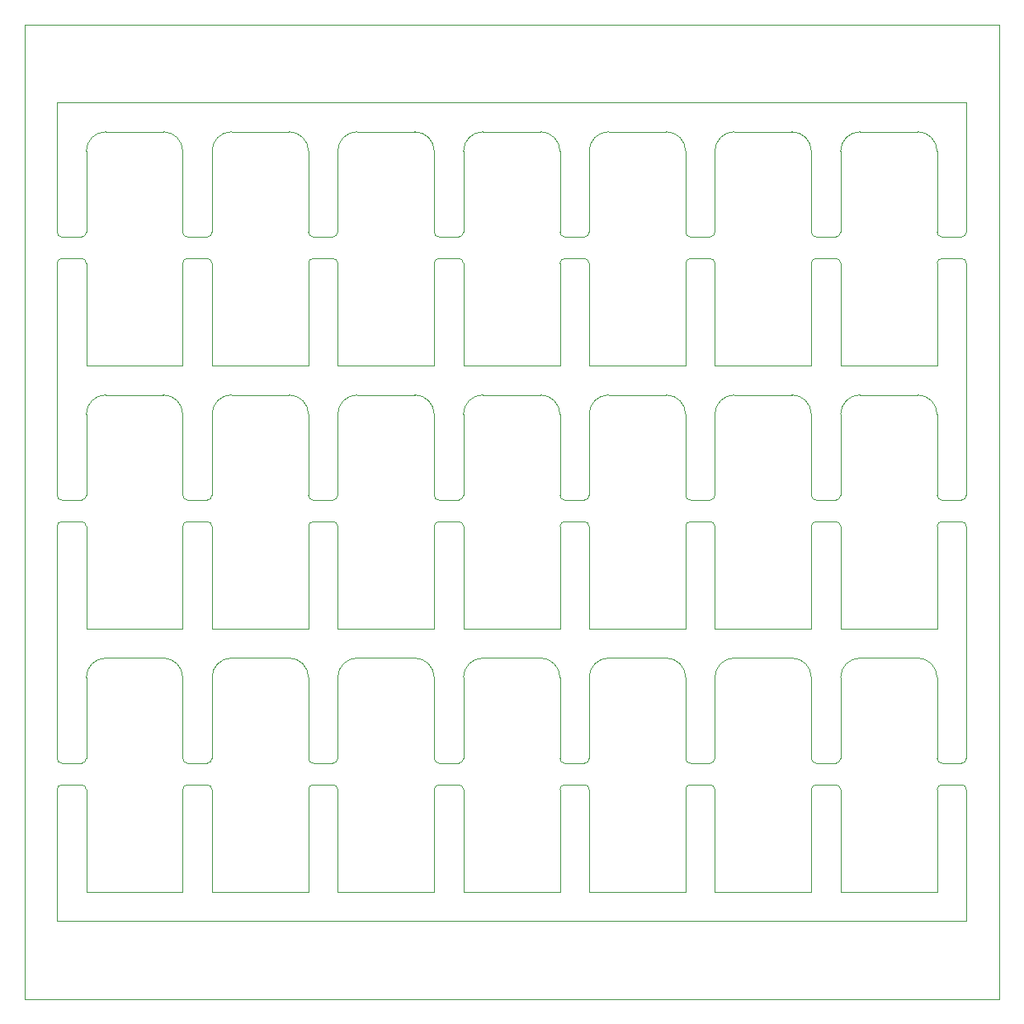
<source format=gbr>
G04 #@! TF.GenerationSoftware,KiCad,Pcbnew,(5.1.5)-3*
G04 #@! TF.CreationDate,2020-06-10T08:11:37+03:00*
G04 #@! TF.ProjectId,noname,6e6f6e61-6d65-42e6-9b69-6361645f7063,rev?*
G04 #@! TF.SameCoordinates,Original*
G04 #@! TF.FileFunction,Profile,NP*
%FSLAX46Y46*%
G04 Gerber Fmt 4.6, Leading zero omitted, Abs format (unit mm)*
G04 Created by KiCad (PCBNEW (5.1.5)-3) date 2020-06-10 08:11:37*
%MOMM*%
%LPD*%
G04 APERTURE LIST*
%ADD10C,0.100000*%
G04 APERTURE END LIST*
D10*
X142900000Y-105400000D02*
G75*
G02X144900000Y-103400000I2000000J0D01*
G01*
X104200000Y-105400000D02*
G75*
G02X106200000Y-103400000I2000000J0D01*
G01*
X88800000Y-114200000D02*
G75*
G02X88300000Y-113700000I0J500000D01*
G01*
X88300000Y-116900000D02*
G75*
G02X88800000Y-116400000I500000J0D01*
G01*
X168700000Y-116900000D02*
X168700000Y-127400000D01*
X117100000Y-116900000D02*
X117100000Y-127400000D01*
X142900000Y-116900000D02*
X142900000Y-127400000D01*
X112100000Y-103400000D02*
X106200000Y-103400000D01*
X150800000Y-103400000D02*
G75*
G02X152800000Y-105400000I0J-2000000D01*
G01*
X101200000Y-113700000D02*
X101200000Y-105400000D01*
X163700000Y-103400000D02*
G75*
G02X165700000Y-105400000I0J-2000000D01*
G01*
X101200000Y-116900000D02*
X101200000Y-127400000D01*
X90800000Y-116400000D02*
G75*
G02X91300000Y-116900000I0J-500000D01*
G01*
X153300000Y-114200000D02*
X155300000Y-114200000D01*
X163700000Y-103400000D02*
X157800000Y-103400000D01*
X176600000Y-103400000D02*
G75*
G02X178600000Y-105400000I0J-2000000D01*
G01*
X125000000Y-103400000D02*
G75*
G02X127000000Y-105400000I0J-2000000D01*
G01*
X137900000Y-103400000D02*
X132000000Y-103400000D01*
X137900000Y-103400000D02*
G75*
G02X139900000Y-105400000I0J-2000000D01*
G01*
X91300000Y-105400000D02*
G75*
G02X93300000Y-103400000I2000000J0D01*
G01*
X179100000Y-116400000D02*
X181100000Y-116400000D01*
X101200000Y-116900000D02*
G75*
G02X101700000Y-116400000I500000J0D01*
G01*
X91300000Y-127400000D02*
X101200000Y-127400000D01*
X112100000Y-103400000D02*
G75*
G02X114100000Y-105400000I0J-2000000D01*
G01*
X99200000Y-103400000D02*
G75*
G02X101200000Y-105400000I0J-2000000D01*
G01*
X140400000Y-114200000D02*
X142400000Y-114200000D01*
X125000000Y-103400000D02*
X119100000Y-103400000D01*
X99200000Y-103400000D02*
X93300000Y-103400000D01*
X114600000Y-116400000D02*
X116600000Y-116400000D01*
X179100000Y-114200000D02*
X181100000Y-114200000D01*
X101700000Y-114200000D02*
X103700000Y-114200000D01*
X166200000Y-114200000D02*
X168200000Y-114200000D01*
X127500000Y-114200000D02*
X129500000Y-114200000D01*
X116600000Y-116400000D02*
G75*
G02X117100000Y-116900000I0J-500000D01*
G01*
X142900000Y-113700000D02*
G75*
G02X142400000Y-114200000I-500000J0D01*
G01*
X176600000Y-103400000D02*
X170700000Y-103400000D01*
X127500000Y-116400000D02*
X129500000Y-116400000D01*
X117100000Y-113700000D02*
G75*
G02X116600000Y-114200000I-500000J0D01*
G01*
X91300000Y-113700000D02*
X91300000Y-105400000D01*
X166200000Y-116400000D02*
X168200000Y-116400000D01*
X91300000Y-113700000D02*
G75*
G02X90800000Y-114200000I-500000J0D01*
G01*
X150800000Y-103400000D02*
X144900000Y-103400000D01*
X91300000Y-116900000D02*
X91300000Y-127400000D01*
X88800000Y-116400000D02*
X90800000Y-116400000D01*
X155800000Y-113700000D02*
X155800000Y-105400000D01*
X101700000Y-116400000D02*
X103700000Y-116400000D01*
X168700000Y-113700000D02*
X168700000Y-105400000D01*
X114600000Y-114200000D02*
X116600000Y-114200000D01*
X104200000Y-113700000D02*
G75*
G02X103700000Y-114200000I-500000J0D01*
G01*
X88800000Y-114200000D02*
X90800000Y-114200000D01*
X101700000Y-114200000D02*
G75*
G02X101200000Y-113700000I0J500000D01*
G01*
X153300000Y-116400000D02*
X155300000Y-116400000D01*
X130000000Y-113700000D02*
G75*
G02X129500000Y-114200000I-500000J0D01*
G01*
X140400000Y-116400000D02*
X142400000Y-116400000D01*
X103700000Y-116400000D02*
G75*
G02X104200000Y-116900000I0J-500000D01*
G01*
X127000000Y-116900000D02*
X127000000Y-127400000D01*
X152800000Y-113700000D02*
X152800000Y-105400000D01*
X139900000Y-116900000D02*
X139900000Y-127400000D01*
X114100000Y-113700000D02*
X114100000Y-105400000D01*
X165700000Y-116900000D02*
X165700000Y-127400000D01*
X165700000Y-113700000D02*
X165700000Y-105400000D01*
X178600000Y-116900000D02*
G75*
G02X179100000Y-116400000I500000J0D01*
G01*
X168700000Y-113700000D02*
G75*
G02X168200000Y-114200000I-500000J0D01*
G01*
X139900000Y-113700000D02*
X139900000Y-105400000D01*
X114100000Y-116900000D02*
X114100000Y-127400000D01*
X165700000Y-116900000D02*
G75*
G02X166200000Y-116400000I500000J0D01*
G01*
X152800000Y-116900000D02*
X152800000Y-127400000D01*
X127000000Y-116900000D02*
G75*
G02X127500000Y-116400000I500000J0D01*
G01*
X130000000Y-105400000D02*
G75*
G02X132000000Y-103400000I2000000J0D01*
G01*
X155800000Y-105400000D02*
G75*
G02X157800000Y-103400000I2000000J0D01*
G01*
X178600000Y-116900000D02*
X178600000Y-127400000D01*
X178600000Y-113700000D02*
X178600000Y-105400000D01*
X152800000Y-116900000D02*
G75*
G02X153300000Y-116400000I500000J0D01*
G01*
X117100000Y-105400000D02*
G75*
G02X119100000Y-103400000I2000000J0D01*
G01*
X168700000Y-105400000D02*
G75*
G02X170700000Y-103400000I2000000J0D01*
G01*
X155800000Y-113700000D02*
G75*
G02X155300000Y-114200000I-500000J0D01*
G01*
X114100000Y-116900000D02*
G75*
G02X114600000Y-116400000I500000J0D01*
G01*
X127000000Y-113700000D02*
X127000000Y-105400000D01*
X129500000Y-116400000D02*
G75*
G02X130000000Y-116900000I0J-500000D01*
G01*
X117100000Y-127400000D02*
X127000000Y-127400000D01*
X168200000Y-116400000D02*
G75*
G02X168700000Y-116900000I0J-500000D01*
G01*
X130000000Y-113700000D02*
X130000000Y-105400000D01*
X142900000Y-113700000D02*
X142900000Y-105400000D01*
X155800000Y-127400000D02*
X165700000Y-127400000D01*
X142900000Y-127400000D02*
X152800000Y-127400000D01*
X117100000Y-113700000D02*
X117100000Y-105400000D01*
X142400000Y-116400000D02*
G75*
G02X142900000Y-116900000I0J-500000D01*
G01*
X168700000Y-127400000D02*
X178600000Y-127400000D01*
X104200000Y-113700000D02*
X104200000Y-105400000D01*
X155300000Y-116400000D02*
G75*
G02X155800000Y-116900000I0J-500000D01*
G01*
X104200000Y-127400000D02*
X114100000Y-127400000D01*
X130000000Y-127400000D02*
X139900000Y-127400000D01*
X114600000Y-114200000D02*
G75*
G02X114100000Y-113700000I0J500000D01*
G01*
X166200000Y-114200000D02*
G75*
G02X165700000Y-113700000I0J500000D01*
G01*
X139900000Y-116900000D02*
G75*
G02X140400000Y-116400000I500000J0D01*
G01*
X153300000Y-114200000D02*
G75*
G02X152800000Y-113700000I0J500000D01*
G01*
X179100000Y-114200000D02*
G75*
G02X178600000Y-113700000I0J500000D01*
G01*
X140400000Y-114200000D02*
G75*
G02X139900000Y-113700000I0J500000D01*
G01*
X127500000Y-114200000D02*
G75*
G02X127000000Y-113700000I0J500000D01*
G01*
X104200000Y-116900000D02*
X104200000Y-127400000D01*
X155800000Y-116900000D02*
X155800000Y-127400000D01*
X130000000Y-116900000D02*
X130000000Y-127400000D01*
X88800000Y-87200000D02*
G75*
G02X88300000Y-86700000I0J500000D01*
G01*
X88300000Y-89900000D02*
G75*
G02X88800000Y-89400000I500000J0D01*
G01*
X168200000Y-89400000D02*
G75*
G02X168700000Y-89900000I0J-500000D01*
G01*
X142900000Y-86700000D02*
X142900000Y-78400000D01*
X130000000Y-86700000D02*
X130000000Y-78400000D01*
X117100000Y-86700000D02*
X117100000Y-78400000D01*
X155300000Y-89400000D02*
G75*
G02X155800000Y-89900000I0J-500000D01*
G01*
X142400000Y-89400000D02*
G75*
G02X142900000Y-89900000I0J-500000D01*
G01*
X129500000Y-89400000D02*
G75*
G02X130000000Y-89900000I0J-500000D01*
G01*
X104200000Y-86700000D02*
X104200000Y-78400000D01*
X117100000Y-100400000D02*
X127000000Y-100400000D01*
X155800000Y-100400000D02*
X165700000Y-100400000D01*
X104200000Y-100400000D02*
X114100000Y-100400000D01*
X130000000Y-100400000D02*
X139900000Y-100400000D01*
X142900000Y-100400000D02*
X152800000Y-100400000D01*
X168700000Y-100400000D02*
X178600000Y-100400000D01*
X104200000Y-78400000D02*
G75*
G02X106200000Y-76400000I2000000J0D01*
G01*
X142900000Y-78400000D02*
G75*
G02X144900000Y-76400000I2000000J0D01*
G01*
X130000000Y-78400000D02*
G75*
G02X132000000Y-76400000I2000000J0D01*
G01*
X155800000Y-78400000D02*
G75*
G02X157800000Y-76400000I2000000J0D01*
G01*
X117100000Y-78400000D02*
G75*
G02X119100000Y-76400000I2000000J0D01*
G01*
X168700000Y-78400000D02*
G75*
G02X170700000Y-76400000I2000000J0D01*
G01*
X155800000Y-86700000D02*
G75*
G02X155300000Y-87200000I-500000J0D01*
G01*
X168700000Y-86700000D02*
G75*
G02X168200000Y-87200000I-500000J0D01*
G01*
X127000000Y-89900000D02*
X127000000Y-100400000D01*
X114100000Y-89900000D02*
X114100000Y-100400000D01*
X178600000Y-89900000D02*
X178600000Y-100400000D01*
X165700000Y-89900000D02*
X165700000Y-100400000D01*
X152800000Y-89900000D02*
X152800000Y-100400000D01*
X139900000Y-89900000D02*
X139900000Y-100400000D01*
X114100000Y-86700000D02*
X114100000Y-78400000D01*
X178600000Y-86700000D02*
X178600000Y-78400000D01*
X127000000Y-86700000D02*
X127000000Y-78400000D01*
X165700000Y-86700000D02*
X165700000Y-78400000D01*
X139900000Y-86700000D02*
X139900000Y-78400000D01*
X152800000Y-86700000D02*
X152800000Y-78400000D01*
X152800000Y-89900000D02*
G75*
G02X153300000Y-89400000I500000J0D01*
G01*
X114100000Y-89900000D02*
G75*
G02X114600000Y-89400000I500000J0D01*
G01*
X178600000Y-89900000D02*
G75*
G02X179100000Y-89400000I500000J0D01*
G01*
X127000000Y-89900000D02*
G75*
G02X127500000Y-89400000I500000J0D01*
G01*
X165700000Y-89900000D02*
G75*
G02X166200000Y-89400000I500000J0D01*
G01*
X139900000Y-89900000D02*
G75*
G02X140400000Y-89400000I500000J0D01*
G01*
X153300000Y-87200000D02*
G75*
G02X152800000Y-86700000I0J500000D01*
G01*
X140400000Y-87200000D02*
G75*
G02X139900000Y-86700000I0J500000D01*
G01*
X114600000Y-87200000D02*
G75*
G02X114100000Y-86700000I0J500000D01*
G01*
X166200000Y-87200000D02*
G75*
G02X165700000Y-86700000I0J500000D01*
G01*
X179100000Y-87200000D02*
G75*
G02X178600000Y-86700000I0J500000D01*
G01*
X127500000Y-87200000D02*
G75*
G02X127000000Y-86700000I0J500000D01*
G01*
X104200000Y-89900000D02*
X104200000Y-100400000D01*
X155800000Y-89900000D02*
X155800000Y-100400000D01*
X130000000Y-89900000D02*
X130000000Y-100400000D01*
X117100000Y-89900000D02*
X117100000Y-100400000D01*
X142900000Y-89900000D02*
X142900000Y-100400000D01*
X168700000Y-89900000D02*
X168700000Y-100400000D01*
X155800000Y-86700000D02*
X155800000Y-78400000D01*
X168700000Y-86700000D02*
X168700000Y-78400000D01*
X101700000Y-87200000D02*
X103700000Y-87200000D01*
X166200000Y-87200000D02*
X168200000Y-87200000D01*
X153300000Y-87200000D02*
X155300000Y-87200000D01*
X140400000Y-87200000D02*
X142400000Y-87200000D01*
X127500000Y-87200000D02*
X129500000Y-87200000D01*
X114600000Y-87200000D02*
X116600000Y-87200000D01*
X176600000Y-76400000D02*
G75*
G02X178600000Y-78400000I0J-2000000D01*
G01*
X137900000Y-76400000D02*
X132000000Y-76400000D01*
X116600000Y-89400000D02*
G75*
G02X117100000Y-89900000I0J-500000D01*
G01*
X103700000Y-89400000D02*
G75*
G02X104200000Y-89900000I0J-500000D01*
G01*
X112100000Y-76400000D02*
X106200000Y-76400000D01*
X125000000Y-76400000D02*
X119100000Y-76400000D01*
X163700000Y-76400000D02*
X157800000Y-76400000D01*
X176600000Y-76400000D02*
X170700000Y-76400000D01*
X150800000Y-76400000D02*
X144900000Y-76400000D01*
X153300000Y-89400000D02*
X155300000Y-89400000D01*
X127500000Y-89400000D02*
X129500000Y-89400000D01*
X114600000Y-89400000D02*
X116600000Y-89400000D01*
X101700000Y-89400000D02*
X103700000Y-89400000D01*
X140400000Y-89400000D02*
X142400000Y-89400000D01*
X166200000Y-89400000D02*
X168200000Y-89400000D01*
X142900000Y-86700000D02*
G75*
G02X142400000Y-87200000I-500000J0D01*
G01*
X130000000Y-86700000D02*
G75*
G02X129500000Y-87200000I-500000J0D01*
G01*
X104200000Y-86700000D02*
G75*
G02X103700000Y-87200000I-500000J0D01*
G01*
X117100000Y-86700000D02*
G75*
G02X116600000Y-87200000I-500000J0D01*
G01*
X163700000Y-76400000D02*
G75*
G02X165700000Y-78400000I0J-2000000D01*
G01*
X137900000Y-76400000D02*
G75*
G02X139900000Y-78400000I0J-2000000D01*
G01*
X150800000Y-76400000D02*
G75*
G02X152800000Y-78400000I0J-2000000D01*
G01*
X125000000Y-76400000D02*
G75*
G02X127000000Y-78400000I0J-2000000D01*
G01*
X112100000Y-76400000D02*
G75*
G02X114100000Y-78400000I0J-2000000D01*
G01*
X101700000Y-87200000D02*
G75*
G02X101200000Y-86700000I0J500000D01*
G01*
X91300000Y-89900000D02*
X91300000Y-100400000D01*
X101200000Y-89900000D02*
X101200000Y-100400000D01*
X91300000Y-100400000D02*
X101200000Y-100400000D01*
X88800000Y-87200000D02*
X90800000Y-87200000D01*
X91300000Y-86700000D02*
X91300000Y-78400000D01*
X90800000Y-89400000D02*
G75*
G02X91300000Y-89900000I0J-500000D01*
G01*
X99200000Y-76400000D02*
X93300000Y-76400000D01*
X101200000Y-86700000D02*
X101200000Y-78400000D01*
X88800000Y-89400000D02*
X90800000Y-89400000D01*
X101200000Y-89900000D02*
G75*
G02X101700000Y-89400000I500000J0D01*
G01*
X91300000Y-78400000D02*
G75*
G02X93300000Y-76400000I2000000J0D01*
G01*
X99200000Y-76400000D02*
G75*
G02X101200000Y-78400000I0J-2000000D01*
G01*
X91300000Y-86700000D02*
G75*
G02X90800000Y-87200000I-500000J0D01*
G01*
X179100000Y-87200000D02*
X181100000Y-87200000D01*
X179100000Y-89400000D02*
X181100000Y-89400000D01*
X179100000Y-60200000D02*
G75*
G02X178600000Y-59700000I0J500000D01*
G01*
X166200000Y-60200000D02*
G75*
G02X165700000Y-59700000I0J500000D01*
G01*
X153300000Y-60200000D02*
G75*
G02X152800000Y-59700000I0J500000D01*
G01*
X140400000Y-60200000D02*
G75*
G02X139900000Y-59700000I0J500000D01*
G01*
X127500000Y-60200000D02*
G75*
G02X127000000Y-59700000I0J500000D01*
G01*
X114600000Y-60200000D02*
G75*
G02X114100000Y-59700000I0J500000D01*
G01*
X168700000Y-62900000D02*
X168700000Y-73400000D01*
X155800000Y-62900000D02*
X155800000Y-73400000D01*
X142900000Y-62900000D02*
X142900000Y-73400000D01*
X130000000Y-62900000D02*
X130000000Y-73400000D01*
X117100000Y-62900000D02*
X117100000Y-73400000D01*
X104200000Y-62900000D02*
X104200000Y-73400000D01*
X178600000Y-62900000D02*
X178600000Y-73400000D01*
X165700000Y-62900000D02*
X165700000Y-73400000D01*
X152800000Y-62900000D02*
X152800000Y-73400000D01*
X139900000Y-62900000D02*
X139900000Y-73400000D01*
X127000000Y-62900000D02*
X127000000Y-73400000D01*
X114100000Y-62900000D02*
X114100000Y-73400000D01*
X168700000Y-73400000D02*
X178600000Y-73400000D01*
X155800000Y-73400000D02*
X165700000Y-73400000D01*
X142900000Y-73400000D02*
X152800000Y-73400000D01*
X130000000Y-73400000D02*
X139900000Y-73400000D01*
X117100000Y-73400000D02*
X127000000Y-73400000D01*
X104200000Y-73400000D02*
X114100000Y-73400000D01*
X166200000Y-60200000D02*
X168200000Y-60200000D01*
X153300000Y-60200000D02*
X155300000Y-60200000D01*
X140400000Y-60200000D02*
X142400000Y-60200000D01*
X127500000Y-60200000D02*
X129500000Y-60200000D01*
X114600000Y-60200000D02*
X116600000Y-60200000D01*
X101700000Y-60200000D02*
X103700000Y-60200000D01*
X168700000Y-59700000D02*
X168700000Y-51400000D01*
X155800000Y-59700000D02*
X155800000Y-51400000D01*
X142900000Y-59700000D02*
X142900000Y-51400000D01*
X130000000Y-59700000D02*
X130000000Y-51400000D01*
X117100000Y-59700000D02*
X117100000Y-51400000D01*
X104200000Y-59700000D02*
X104200000Y-51400000D01*
X168200000Y-62400000D02*
G75*
G02X168700000Y-62900000I0J-500000D01*
G01*
X155300000Y-62400000D02*
G75*
G02X155800000Y-62900000I0J-500000D01*
G01*
X142400000Y-62400000D02*
G75*
G02X142900000Y-62900000I0J-500000D01*
G01*
X129500000Y-62400000D02*
G75*
G02X130000000Y-62900000I0J-500000D01*
G01*
X116600000Y-62400000D02*
G75*
G02X117100000Y-62900000I0J-500000D01*
G01*
X103700000Y-62400000D02*
G75*
G02X104200000Y-62900000I0J-500000D01*
G01*
X176600000Y-49400000D02*
X170700000Y-49400000D01*
X163700000Y-49400000D02*
X157800000Y-49400000D01*
X150800000Y-49400000D02*
X144900000Y-49400000D01*
X137900000Y-49400000D02*
X132000000Y-49400000D01*
X125000000Y-49400000D02*
X119100000Y-49400000D01*
X112100000Y-49400000D02*
X106200000Y-49400000D01*
X178600000Y-59700000D02*
X178600000Y-51400000D01*
X165700000Y-59700000D02*
X165700000Y-51400000D01*
X152800000Y-59700000D02*
X152800000Y-51400000D01*
X139900000Y-59700000D02*
X139900000Y-51400000D01*
X127000000Y-59700000D02*
X127000000Y-51400000D01*
X114100000Y-59700000D02*
X114100000Y-51400000D01*
X166200000Y-62400000D02*
X168200000Y-62400000D01*
X153300000Y-62400000D02*
X155300000Y-62400000D01*
X140400000Y-62400000D02*
X142400000Y-62400000D01*
X127500000Y-62400000D02*
X129500000Y-62400000D01*
X114600000Y-62400000D02*
X116600000Y-62400000D01*
X101700000Y-62400000D02*
X103700000Y-62400000D01*
X178600000Y-62900000D02*
G75*
G02X179100000Y-62400000I500000J0D01*
G01*
X165700000Y-62900000D02*
G75*
G02X166200000Y-62400000I500000J0D01*
G01*
X152800000Y-62900000D02*
G75*
G02X153300000Y-62400000I500000J0D01*
G01*
X139900000Y-62900000D02*
G75*
G02X140400000Y-62400000I500000J0D01*
G01*
X127000000Y-62900000D02*
G75*
G02X127500000Y-62400000I500000J0D01*
G01*
X114100000Y-62900000D02*
G75*
G02X114600000Y-62400000I500000J0D01*
G01*
X168700000Y-51400000D02*
G75*
G02X170700000Y-49400000I2000000J0D01*
G01*
X155800000Y-51400000D02*
G75*
G02X157800000Y-49400000I2000000J0D01*
G01*
X142900000Y-51400000D02*
G75*
G02X144900000Y-49400000I2000000J0D01*
G01*
X130000000Y-51400000D02*
G75*
G02X132000000Y-49400000I2000000J0D01*
G01*
X117100000Y-51400000D02*
G75*
G02X119100000Y-49400000I2000000J0D01*
G01*
X104200000Y-51400000D02*
G75*
G02X106200000Y-49400000I2000000J0D01*
G01*
X176600000Y-49400000D02*
G75*
G02X178600000Y-51400000I0J-2000000D01*
G01*
X163700000Y-49400000D02*
G75*
G02X165700000Y-51400000I0J-2000000D01*
G01*
X150800000Y-49400000D02*
G75*
G02X152800000Y-51400000I0J-2000000D01*
G01*
X137900000Y-49400000D02*
G75*
G02X139900000Y-51400000I0J-2000000D01*
G01*
X125000000Y-49400000D02*
G75*
G02X127000000Y-51400000I0J-2000000D01*
G01*
X112100000Y-49400000D02*
G75*
G02X114100000Y-51400000I0J-2000000D01*
G01*
X168700000Y-59700000D02*
G75*
G02X168200000Y-60200000I-500000J0D01*
G01*
X155800000Y-59700000D02*
G75*
G02X155300000Y-60200000I-500000J0D01*
G01*
X142900000Y-59700000D02*
G75*
G02X142400000Y-60200000I-500000J0D01*
G01*
X130000000Y-59700000D02*
G75*
G02X129500000Y-60200000I-500000J0D01*
G01*
X117100000Y-59700000D02*
G75*
G02X116600000Y-60200000I-500000J0D01*
G01*
X104200000Y-59700000D02*
G75*
G02X103700000Y-60200000I-500000J0D01*
G01*
X91300000Y-130400000D02*
X88300000Y-130400000D01*
X181600000Y-116900000D02*
X181600000Y-127400000D01*
X181600000Y-127400000D02*
X181600000Y-130400000D01*
X181100000Y-116400000D02*
G75*
G02X181600000Y-116900000I0J-500000D01*
G01*
X181600000Y-130400000D02*
X91300000Y-130400000D01*
X88300000Y-130400000D02*
X88300000Y-116900000D01*
X179100000Y-62400000D02*
X181100000Y-62400000D01*
X181100000Y-89400000D02*
G75*
G02X181600000Y-89900000I0J-500000D01*
G01*
X181600000Y-89900000D02*
X181600000Y-113700000D01*
X101200000Y-62900000D02*
G75*
G02X101700000Y-62400000I500000J0D01*
G01*
X181600000Y-62900000D02*
X181600000Y-86700000D01*
X88300000Y-62900000D02*
G75*
G02X88800000Y-62400000I500000J0D01*
G01*
X181600000Y-86700000D02*
G75*
G02X181100000Y-87200000I-500000J0D01*
G01*
X181600000Y-113700000D02*
G75*
G02X181100000Y-114200000I-500000J0D01*
G01*
X88800000Y-62400000D02*
X90800000Y-62400000D01*
X181100000Y-62400000D02*
G75*
G02X181600000Y-62900000I0J-500000D01*
G01*
X88300000Y-113700000D02*
X88300000Y-89900000D01*
X90800000Y-62400000D02*
G75*
G02X91300000Y-62900000I0J-500000D01*
G01*
X88300000Y-86700000D02*
X88300000Y-62900000D01*
X91300000Y-73400000D02*
X101200000Y-73400000D01*
X101200000Y-62900000D02*
X101200000Y-73400000D01*
X91300000Y-62900000D02*
X91300000Y-73400000D01*
X179100000Y-60200000D02*
X181100000Y-60200000D01*
X88300000Y-49400000D02*
X88300000Y-46400000D01*
X181600000Y-46400000D02*
X181600000Y-59700000D01*
X91300000Y-59700000D02*
G75*
G02X90800000Y-60200000I-500000J0D01*
G01*
X99200000Y-49400000D02*
G75*
G02X101200000Y-51400000I0J-2000000D01*
G01*
X91300000Y-51400000D02*
G75*
G02X93300000Y-49400000I2000000J0D01*
G01*
X88800000Y-60200000D02*
G75*
G02X88300000Y-59700000I0J500000D01*
G01*
X181600000Y-59700000D02*
G75*
G02X181100000Y-60200000I-500000J0D01*
G01*
X178200000Y-46400000D02*
X181600000Y-46400000D01*
X101200000Y-59700000D02*
X101200000Y-51400000D01*
X99200000Y-49400000D02*
X93300000Y-49400000D01*
X91300000Y-59700000D02*
X91300000Y-51400000D01*
X88300000Y-50100000D02*
X88300000Y-49400000D01*
X88300000Y-59700000D02*
X88300000Y-50100000D01*
X88800000Y-60200000D02*
X90800000Y-60200000D01*
X88300000Y-46400000D02*
X178200000Y-46400000D01*
X101700000Y-60200000D02*
G75*
G02X101200000Y-59700000I0J500000D01*
G01*
X85000000Y-38400000D02*
X85000000Y-138400000D01*
X185000000Y-38400000D02*
X85000000Y-38400000D01*
X185000000Y-138400000D02*
X185000000Y-38400000D01*
X85000000Y-138400000D02*
X185000000Y-138400000D01*
M02*

</source>
